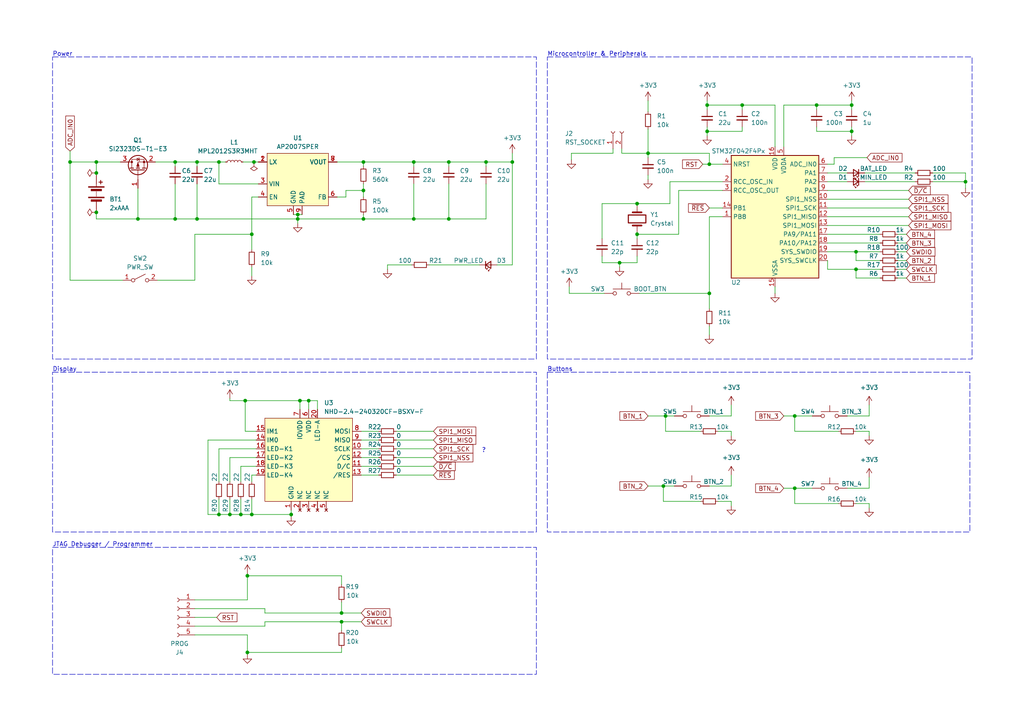
<source format=kicad_sch>
(kicad_sch (version 20230121) (generator eeschema)
  (paper "A4")
  (title_block (title "Stopwatchy") (date "2024-02-15") (rev "1") (company "Sinisha Stojchevski"))
  (lib_symbols
    (symbol "AP2007SPER:AP2007SPER"
      (property "Reference" "U" (at 0 10.16 0))
      (property "Value" "AP2007SPER" (at 0 10.16 0))
      (symbol "AP2007SPER_1_1"
        (pin power_in line (at -11.43 5.08 0) (length 2.54) (name "LX") (number "1"))
        (pin power_in line (at -11.43 5.08 0) (length 2.54) (name "LX") (number "2"))
        (pin input line (at -11.43 -1.27 0) (length 2.54) (name "VIN") (number "3"))
        (pin input line (at -11.43 -5.08 0) (length 2.54) (name "EN") (number "4"))
        (pin power_in line (at -1.27 -10.16 90) (length 2.54) (name "GND") (number "5"))
        (pin input line (at 11.43 -5.08 180) (length 2.54) (name "FB") (number "6"))
        (pin power_out line (at 11.43 5.08 180) (length 2.54) (name "VOUT") (number "7"))
        (pin power_out line (at 11.43 5.08 180) (length 2.54) (name "VOUT") (number "8"))
        (pin power_in line (at 1.27 -10.16 90) (length 2.54) (name "PAD") (number "9"))
      )
    )
    (symbol "Connector:Conn_01x02_Socket" (pin_names (offset 1.016) hide)
      (property "Reference" "J" (at 0 2.54 0))
      (property "Value" "Conn_01x02_Socket" (at 0 -5.08 0))
      (symbol "Conn_01x02_Socket_1_1"
        (pin passive line (at -5.08 0 0) (length 3.81) (name "Pin_1") (number "1"))
        (pin passive line (at -5.08 -2.54 0) (length 3.81) (name "Pin_2") (number "2"))
      )
    )
    (symbol "Connector:Conn_01x05_Socket" (pin_names (offset 1.016) hide)
      (property "Reference" "J" (at 0 7.62 0))
      (property "Value" "Conn_01x05_Socket" (at 0 -7.62 0))
      (symbol "Conn_01x05_Socket_1_1"
        (pin passive line (at -5.08 5.08 0) (length 3.81) (name "Pin_1") (number "1"))
        (pin passive line (at -5.08 2.54 0) (length 3.81) (name "Pin_2") (number "2"))
        (pin passive line (at -5.08 0 0) (length 3.81) (name "Pin_3") (number "3"))
        (pin passive line (at -5.08 -2.54 0) (length 3.81) (name "Pin_4") (number "4"))
        (pin passive line (at -5.08 -5.08 0) (length 3.81) (name "Pin_5") (number "5"))
      )
    )
    (symbol "Device:Battery" (pin_numbers hide) (pin_names (offset 0) hide)
      (property "Reference" "BT" (at 2.54 2.54 0))
      (property "Value" "Battery" (at 2.54 0 0))
      (symbol "Battery_1_1"
        (pin passive line (at 0 5.08 270) (length 2.54) (name "+") (number "1"))
        (pin passive line (at 0 -5.08 90) (length 2.54) (name "-") (number "2"))
      )
    )
    (symbol "Device:C_Small" (pin_numbers hide) (pin_names (offset 0.254) hide)
      (property "Reference" "C" (at 0.254 1.778 0))
      (property "Value" "C_Small" (at 0.254 -2.032 0))
      (symbol "C_Small_1_1"
        (pin passive line (at 0 2.54 270) (length 2.032) (name "~") (number "1"))
        (pin passive line (at 0 -2.54 90) (length 2.032) (name "~") (number "2"))
      )
    )
    (symbol "Device:Crystal" (pin_numbers hide) (pin_names (offset 1.016) hide)
      (property "Reference" "Y" (at 0 3.81 0))
      (property "Value" "Crystal" (at 0 -3.81 0))
      (symbol "Crystal_1_1"
        (pin passive line (at -3.81 0 0) (length 1.27) (name "1") (number "1"))
        (pin passive line (at 3.81 0 180) (length 1.27) (name "2") (number "2"))
      )
    )
    (symbol "Device:LED_Small" (pin_numbers hide) (pin_names (offset 0.254) hide)
      (property "Reference" "D" (at -1.27 3.175 0))
      (property "Value" "LED_Small" (at -4.445 -2.54 0))
      (symbol "LED_Small_1_1"
        (pin passive line (at -2.54 0 0) (length 1.778) (name "K") (number "1"))
        (pin passive line (at 2.54 0 180) (length 1.778) (name "A") (number "2"))
      )
    )
    (symbol "Device:L_Small" (pin_numbers hide) (pin_names (offset 0.254) hide)
      (property "Reference" "L" (at 0.762 1.016 0))
      (property "Value" "L_Small" (at 0.762 -1.016 0))
      (symbol "L_Small_1_1"
        (pin passive line (at 0 2.54 270) (length 0.508) (name "~") (number "1"))
        (pin passive line (at 0 -2.54 90) (length 0.508) (name "~") (number "2"))
      )
    )
    (symbol "Device:Q_PMOS_GSD" (pin_names (offset 0) hide)
      (property "Reference" "Q" (at 5.08 1.27 0))
      (property "Value" "Q_PMOS_GSD" (at 5.08 -1.27 0))
      (symbol "Q_PMOS_GSD_1_1"
        (pin input line (at -5.08 0 0) (length 2.54) (name "G") (number "1"))
        (pin passive line (at 2.54 -5.08 90) (length 2.54) (name "S") (number "2"))
        (pin passive line (at 2.54 5.08 270) (length 2.54) (name "D") (number "3"))
      )
    )
    (symbol "Device:R_Small" (pin_numbers hide) (pin_names (offset 0.254) hide)
      (property "Reference" "R" (at 0.762 0.508 0))
      (property "Value" "R_Small" (at 0.762 -1.016 0))
      (symbol "R_Small_1_1"
        (pin passive line (at 0 2.54 270) (length 0.762) (name "~") (number "1"))
        (pin passive line (at 0 -2.54 90) (length 0.762) (name "~") (number "2"))
      )
    )
    (symbol "MCU_ST_STM32F0:STM32F042F4Px"
      (property "Reference" "U" (at -12.7 19.05 0))
      (property "Value" "STM32F042F4Px" (at 5.08 19.05 0))
      (symbol "STM32F042F4Px_1_1"
        (pin bidirectional line (at -15.24 0 0) (length 2.54) (name "PB8") (number "1"))
        (pin bidirectional line (at 15.24 5.08 180) (length 2.54) (name "PA4") (number "10") (alternate "SPI1_NSS" bidirectional line))
        (pin bidirectional line (at 15.24 2.54 180) (length 2.54) (name "PA5") (number "11") (alternate "SPI1_SCK" bidirectional line))
        (pin bidirectional line (at 15.24 0 180) (length 2.54) (name "PA6") (number "12") (alternate "SPI1_MISO" bidirectional line))
        (pin bidirectional line (at 15.24 -2.54 180) (length 2.54) (name "PA7") (number "13") (alternate "SPI1_MOSI" bidirectional line))
        (pin bidirectional line (at -15.24 2.54 0) (length 2.54) (name "PB1") (number "14"))
        (pin power_in line (at 0 -20.32 90) (length 2.54) (name "VSSA") (number "15"))
        (pin power_in line (at 0 20.32 270) (length 2.54) (name "VDD") (number "16"))
        (pin bidirectional line (at 15.24 -5.08 180) (length 2.54) (name "PA9/PA11") (number "17"))
        (pin bidirectional line (at 15.24 -7.62 180) (length 2.54) (name "PA10/PA12") (number "18"))
        (pin bidirectional line (at 15.24 -10.16 180) (length 2.54) (name "PA13") (number "19") (alternate "SYS_SWDIO" bidirectional line))
        (pin bidirectional line (at -15.24 10.16 0) (length 2.54) (name "PF0") (number "2") (alternate "RCC_OSC_IN" bidirectional line))
        (pin bidirectional line (at 15.24 -12.7 180) (length 2.54) (name "PA14") (number "20") (alternate "SYS_SWCLK" bidirectional line))
        (pin bidirectional line (at -15.24 7.62 0) (length 2.54) (name "PF1") (number "3") (alternate "RCC_OSC_OUT" bidirectional line))
        (pin input line (at -15.24 15.24 0) (length 2.54) (name "NRST") (number "4"))
        (pin power_in line (at 2.54 20.32 270) (length 2.54) (name "VDDA") (number "5"))
        (pin bidirectional line (at 15.24 15.24 180) (length 2.54) (name "PA0") (number "6") (alternate "ADC_IN0" bidirectional line))
        (pin bidirectional line (at 15.24 12.7 180) (length 2.54) (name "PA1") (number "7"))
        (pin bidirectional line (at 15.24 10.16 180) (length 2.54) (name "PA2") (number "8"))
        (pin bidirectional line (at 15.24 7.62 180) (length 2.54) (name "PA3") (number "9"))
      )
    )
    (symbol "NHD-2.4-240320CF-BSXV-F:NHD-2.4-240320CF-BSXV-F"
      (property "Reference" "U" (at 0 16.51 0))
      (property "Value" "NHD-2.4-240320CF-BSXV-F" (at 0 16.51 0))
      (symbol "NHD-2.4-240320CF-BSXV-F_1_1"
        (pin power_in line (at -5.08 -15.24 90) (length 2.54) (name "GND") (number "1"))
        (pin bidirectional line (at 15.24 2.54 180) (length 2.54) (name "SCLK") (number "10"))
        (pin input line (at 15.24 -2.54 180) (length 2.54) (name "D/C") (number "11"))
        (pin input line (at 15.24 0 180) (length 2.54) (name "/CS") (number "12"))
        (pin input line (at 15.24 -5.08 180) (length 2.54) (name "/RES") (number "13"))
        (pin input line (at -15.24 5.08 0) (length 2.54) (name "IM0") (number "14"))
        (pin input line (at -15.24 7.62 0) (length 2.54) (name "IM1") (number "15"))
        (pin power_in line (at -15.24 2.54 0) (length 2.54) (name "LED-K1") (number "16"))
        (pin power_in line (at -15.24 0 0) (length 2.54) (name "LED-K2") (number "17"))
        (pin power_in line (at -15.24 -2.54 0) (length 2.54) (name "LED-K3") (number "18"))
        (pin power_in line (at -15.24 -5.08 0) (length 2.54) (name "LED-K4") (number "19"))
        (pin no_connect line (at -2.54 -15.24 90) (length 2.54) (name "NC") (number "2"))
        (pin power_in line (at 2.54 13.97 270) (length 2.54) (name "LED-A") (number "20"))
        (pin no_connect line (at 0 -15.24 90) (length 2.54) (name "NC") (number "3"))
        (pin no_connect line (at 2.54 -15.24 90) (length 2.54) (name "NC") (number "4"))
        (pin no_connect line (at 5.08 -15.24 90) (length 2.54) (name "NC") (number "5"))
        (pin power_in line (at 0 13.97 270) (length 2.54) (name "VDD") (number "6"))
        (pin power_in line (at -2.54 13.97 270) (length 2.54) (name "IOVDD") (number "7"))
        (pin bidirectional line (at 15.24 7.62 180) (length 2.54) (name "MOSI") (number "8"))
        (pin bidirectional line (at 15.24 5.08 180) (length 2.54) (name "MISO") (number "9"))
      )
    )
    (symbol "Switch:SW_Push" (pin_numbers hide) (pin_names (offset 1.016) hide)
      (property "Reference" "SW" (at 1.27 2.54 0))
      (property "Value" "SW_Push" (at 0 -1.524 0))
      (symbol "SW_Push_0_1"
        (pin passive line (at -5.08 0 0) (length 2.54) (name "1") (number "1"))
        (pin passive line (at 5.08 0 180) (length 2.54) (name "2") (number "2"))
      )
    )
    (symbol "Switch:SW_SPST" (pin_names (offset 0) hide)
      (property "Reference" "SW" (at 0 3.175 0))
      (property "Value" "SW_SPST" (at 0 -2.54 0))
      (symbol "SW_SPST_1_1"
        (pin passive line (at -5.08 0 0) (length 2.54) (name "A") (number "1"))
        (pin passive line (at 5.08 0 180) (length 2.54) (name "B") (number "2"))
      )
    )
    (symbol "power:+3V3" (power) (pin_names (offset 0))
      (property "Value" "+3V3" (at 0 3.556 0))
      (symbol "+3V3_1_1"
        (pin power_in line (at 0 0 90) (length 0) hide (name "+3V3") (number "1"))
      )
    )
    (symbol "power:GND" (power) (pin_names (offset 0))
      (property "Value" "GND" (at 0 -3.81 0))
      (symbol "GND_1_1"
        (pin power_in line (at 0 0 270) (length 0) hide (name "GND") (number "1"))
      )
    )
    (symbol "power:PWR_FLAG" (power) (pin_numbers hide) (pin_names (offset 0) hide)
      (property "Value" "PWR_FLAG" (at 0 3.81 0))
      (symbol "PWR_FLAG_0_0"
        (pin power_out line (at 0 0 90) (length 0) (name "pwr") (number "1"))
      )
    )
  )
  (junction (at 27.94 46.99))
  (junction (at 140.97 46.99))
  (junction (at 50.8 46.99))
  (junction (at 215.265 30.48))
  (junction (at 73.025 149.225))
  (junction (at 20.32 46.99))
  (junction (at 205.74 85.09))
  (junction (at 247.015 38.1))
  (junction (at 205.105 38.1))
  (junction (at 27.94 50.165))
  (junction (at 192.405 140.97))
  (junction (at 120.015 46.99))
  (junction (at 179.705 76.2))
  (junction (at 50.8 63.5))
  (junction (at 105.41 46.99))
  (junction (at 71.755 189.23))
  (junction (at 248.285 73.025))
  (junction (at 130.175 46.99))
  (junction (at 230.505 120.65))
  (junction (at 27.94 61.595))
  (junction (at 63.5 46.99))
  (junction (at 130.175 63.5))
  (junction (at 280.035 52.705))
  (junction (at 86.995 116.205))
  (junction (at 63.5 149.225))
  (junction (at 105.41 55.245))
  (junction (at 71.12 116.205))
  (junction (at 66.675 149.225))
  (junction (at 120.015 63.5))
  (junction (at 99.06 177.8))
  (junction (at 73.66 46.99))
  (junction (at 184.785 59.055))
  (junction (at 187.96 44.45))
  (junction (at 184.785 67.945))
  (junction (at 89.535 116.205))
  (junction (at 71.755 167.005))
  (junction (at 69.85 149.225))
  (junction (at 205.74 47.625))
  (junction (at 205.105 30.48))
  (junction (at 86.36 63.5))
  (junction (at 40.005 63.5))
  (junction (at 247.015 30.48))
  (junction (at 236.855 30.48))
  (junction (at 73.025 67.945))
  (junction (at 193.04 120.65))
  (junction (at 105.41 63.5))
  (junction (at 99.06 180.34))
  (junction (at 84.455 149.225))
  (junction (at 148.59 46.99))
  (junction (at 57.15 46.99))
  (junction (at 230.505 141.605))
  (junction (at 57.15 63.5))
  (junction (at 86.36 62.23))
  (junction (at 248.285 78.105))
  (wire (pts (xy 119.38 76.835) (xy 112.395 76.835)))
  (wire (pts (xy 57.15 46.99) (xy 63.5 46.99)))
  (wire (pts (xy 71.12 116.205) (xy 86.995 116.205)))
  (wire (pts (xy 71.755 166.37) (xy 71.755 167.005)))
  (wire (pts (xy 104.775 127.635) (xy 109.855 127.635)))
  (wire (pts (xy 76.835 176.53) (xy 56.515 176.53)))
  (wire (pts (xy 74.295 137.795) (xy 73.025 137.795)))
  (wire (pts (xy 230.505 125.095) (xy 230.505 120.65)))
  (wire (pts (xy 130.175 53.34) (xy 130.175 63.5)))
  (wire (pts (xy 247.015 38.1) (xy 247.015 39.37)))
  (wire (pts (xy 74.295 127.635) (xy 60.325 127.635)))
  (wire (pts (xy 40.005 54.61) (xy 40.005 63.5)))
  (wire (pts (xy 236.855 36.83) (xy 236.855 38.1)))
  (wire (pts (xy 184.785 74.295) (xy 184.785 76.2)))
  (wire (pts (xy 240.03 60.325) (xy 263.525 60.325)))
  (wire (pts (xy 165.1 83.185) (xy 165.1 85.09)))
  (wire (pts (xy 69.85 144.78) (xy 69.85 149.225)))
  (wire (pts (xy 185.42 85.09) (xy 205.74 85.09)))
  (wire (pts (xy 245.745 120.65) (xy 252.095 120.65)))
  (wire (pts (xy 20.32 81.28) (xy 35.56 81.28)))
  (wire (pts (xy 71.755 189.23) (xy 99.06 189.23)))
  (wire (pts (xy 56.515 179.07) (xy 62.865 179.07)))
  (wire (pts (xy 205.74 140.97) (xy 212.09 140.97)))
  (wire (pts (xy 86.36 63.5) (xy 105.41 63.5)))
  (wire (pts (xy 230.505 146.05) (xy 243.205 146.05)))
  (wire (pts (xy 180.34 43.18) (xy 180.34 44.45)))
  (wire (pts (xy 236.855 38.1) (xy 247.015 38.1)))
  (wire (pts (xy 84.455 149.225) (xy 84.455 147.955)))
  (wire (pts (xy 89.535 116.205) (xy 89.535 118.745)))
  (wire (pts (xy 114.935 135.255) (xy 125.73 135.255)))
  (wire (pts (xy 57.15 63.5) (xy 86.36 63.5)))
  (wire (pts (xy 71.755 184.15) (xy 71.755 189.23)))
  (wire (pts (xy 45.72 81.28) (xy 56.515 81.28)))
  (wire (pts (xy 212.09 117.475) (xy 212.09 120.65)))
  (wire (pts (xy 230.505 125.095) (xy 243.205 125.095)))
  (wire (pts (xy 184.785 59.055) (xy 194.31 59.055)))
  (wire (pts (xy 227.33 141.605) (xy 230.505 141.605)))
  (wire (pts (xy 69.85 149.225) (xy 73.025 149.225)))
  (wire (pts (xy 86.995 116.205) (xy 89.535 116.205)))
  (wire (pts (xy 240.03 52.705) (xy 245.745 52.705)))
  (wire (pts (xy 252.095 117.475) (xy 252.095 120.65)))
  (wire (pts (xy 227.33 30.48) (xy 227.33 42.545)))
  (wire (pts (xy 177.8 43.18) (xy 177.8 44.45)))
  (wire (pts (xy 27.94 46.99) (xy 27.94 50.165)))
  (wire (pts (xy 66.675 115.57) (xy 66.675 116.205)))
  (wire (pts (xy 20.32 43.815) (xy 20.32 46.99)))
  (wire (pts (xy 86.995 116.205) (xy 86.995 118.745)))
  (wire (pts (xy 203.835 47.625) (xy 205.74 47.625)))
  (wire (pts (xy 73.025 72.39) (xy 73.025 67.945)))
  (wire (pts (xy 144.145 76.835) (xy 148.59 76.835)))
  (wire (pts (xy 260.35 78.105) (xy 262.89 78.105)))
  (wire (pts (xy 179.705 76.2) (xy 184.785 76.2)))
  (wire (pts (xy 27.94 46.99) (xy 34.925 46.99)))
  (wire (pts (xy 240.03 70.485) (xy 255.27 70.485)))
  (wire (pts (xy 230.505 120.65) (xy 235.585 120.65)))
  (wire (pts (xy 193.04 120.65) (xy 195.58 120.65)))
  (wire (pts (xy 194.31 52.705) (xy 194.31 59.055)))
  (wire (pts (xy 148.59 46.99) (xy 148.59 76.835)))
  (wire (pts (xy 247.015 29.21) (xy 247.015 30.48)))
  (wire (pts (xy 50.8 63.5) (xy 57.15 63.5)))
  (wire (pts (xy 140.97 63.5) (xy 130.175 63.5)))
  (wire (pts (xy 250.825 52.705) (xy 265.43 52.705)))
  (wire (pts (xy 240.03 65.405) (xy 263.525 65.405)))
  (wire (pts (xy 86.36 62.23) (xy 87.63 62.23)))
  (wire (pts (xy 130.175 46.99) (xy 140.97 46.99)))
  (wire (pts (xy 114.935 132.715) (xy 125.73 132.715)))
  (wire (pts (xy 187.96 44.45) (xy 187.96 45.72)))
  (wire (pts (xy 240.03 55.245) (xy 263.525 55.245)))
  (wire (pts (xy 50.8 46.99) (xy 50.8 48.26)))
  (wire (pts (xy 205.74 62.865) (xy 205.74 85.09)))
  (wire (pts (xy 85.09 62.23) (xy 86.36 62.23)))
  (wire (pts (xy 205.105 38.1) (xy 205.105 36.83)))
  (wire (pts (xy 114.935 137.795) (xy 125.73 137.795)))
  (wire (pts (xy 99.06 180.34) (xy 104.775 180.34)))
  (wire (pts (xy 208.28 145.415) (xy 212.09 145.415)))
  (wire (pts (xy 205.74 47.625) (xy 205.74 44.45)))
  (wire (pts (xy 180.34 44.45) (xy 187.96 44.45)))
  (wire (pts (xy 86.36 63.5) (xy 86.36 62.23)))
  (wire (pts (xy 184.785 67.31) (xy 184.785 67.945)))
  (wire (pts (xy 76.835 180.34) (xy 99.06 180.34)))
  (wire (pts (xy 187.96 44.45) (xy 205.74 44.45)))
  (wire (pts (xy 260.35 73.025) (xy 262.89 73.025)))
  (wire (pts (xy 20.32 46.99) (xy 20.32 81.28)))
  (wire (pts (xy 270.51 52.705) (xy 280.035 52.705)))
  (wire (pts (xy 240.03 57.785) (xy 263.525 57.785)))
  (wire (pts (xy 248.285 75.565) (xy 248.285 73.025)))
  (wire (pts (xy 205.105 38.1) (xy 205.105 39.37)))
  (wire (pts (xy 66.675 132.715) (xy 66.675 139.7)))
  (wire (pts (xy 184.785 67.945) (xy 196.85 67.945)))
  (wire (pts (xy 209.55 62.865) (xy 205.74 62.865)))
  (wire (pts (xy 240.03 78.105) (xy 240.03 75.565)))
  (wire (pts (xy 63.5 144.78) (xy 63.5 149.225)))
  (wire (pts (xy 209.55 47.625) (xy 205.74 47.625)))
  (wire (pts (xy 240.03 62.865) (xy 263.525 62.865)))
  (wire (pts (xy 99.06 180.34) (xy 99.06 182.88)))
  (wire (pts (xy 184.785 69.215) (xy 184.785 67.945)))
  (wire (pts (xy 100.33 55.245) (xy 100.33 57.15)))
  (wire (pts (xy 73.025 77.47) (xy 73.025 80.01)))
  (wire (pts (xy 99.06 177.8) (xy 104.775 177.8)))
  (wire (pts (xy 114.935 125.095) (xy 125.73 125.095)))
  (wire (pts (xy 27.94 63.5) (xy 40.005 63.5)))
  (wire (pts (xy 270.51 50.165) (xy 280.035 50.165)))
  (wire (pts (xy 260.35 75.565) (xy 262.89 75.565)))
  (wire (pts (xy 193.04 125.095) (xy 193.04 120.65)))
  (wire (pts (xy 50.8 53.34) (xy 50.8 63.5)))
  (wire (pts (xy 76.835 180.34) (xy 76.835 181.61)))
  (wire (pts (xy 73.025 67.945) (xy 73.025 57.15)))
  (wire (pts (xy 66.675 149.225) (xy 69.85 149.225)))
  (wire (pts (xy 73.66 46.99) (xy 74.93 46.99)))
  (wire (pts (xy 105.41 62.23) (xy 105.41 63.5)))
  (wire (pts (xy 104.775 132.715) (xy 109.855 132.715)))
  (wire (pts (xy 230.505 146.05) (xy 230.505 141.605)))
  (wire (pts (xy 165.735 46.355) (xy 165.735 44.45)))
  (wire (pts (xy 260.35 67.945) (xy 262.89 67.945)))
  (wire (pts (xy 205.105 29.21) (xy 205.105 30.48)))
  (wire (pts (xy 105.41 46.99) (xy 120.015 46.99)))
  (wire (pts (xy 187.96 140.97) (xy 192.405 140.97)))
  (wire (pts (xy 241.935 47.625) (xy 240.03 47.625)))
  (wire (pts (xy 114.935 130.175) (xy 125.73 130.175)))
  (wire (pts (xy 205.105 30.48) (xy 205.105 31.75)))
  (wire (pts (xy 212.09 146.685) (xy 212.09 145.415)))
  (wire (pts (xy 224.79 83.185) (xy 224.79 85.09)))
  (wire (pts (xy 99.06 174.625) (xy 99.06 177.8)))
  (wire (pts (xy 56.515 184.15) (xy 71.755 184.15)))
  (wire (pts (xy 130.175 46.99) (xy 130.175 48.26)))
  (wire (pts (xy 174.625 59.055) (xy 184.785 59.055)))
  (wire (pts (xy 60.325 127.635) (xy 60.325 149.225)))
  (wire (pts (xy 71.755 167.005) (xy 71.755 173.99)))
  (wire (pts (xy 124.46 76.835) (xy 139.065 76.835)))
  (wire (pts (xy 236.855 30.48) (xy 236.855 31.75)))
  (wire (pts (xy 40.005 63.5) (xy 50.8 63.5)))
  (wire (pts (xy 193.04 125.095) (xy 203.2 125.095)))
  (wire (pts (xy 205.74 120.65) (xy 212.09 120.65)))
  (wire (pts (xy 247.015 30.48) (xy 236.855 30.48)))
  (wire (pts (xy 240.03 78.105) (xy 248.285 78.105)))
  (wire (pts (xy 63.5 53.34) (xy 74.93 53.34)))
  (wire (pts (xy 205.74 60.325) (xy 209.55 60.325)))
  (wire (pts (xy 100.33 57.15) (xy 97.79 57.15)))
  (wire (pts (xy 209.55 52.705) (xy 194.31 52.705)))
  (wire (pts (xy 74.295 135.255) (xy 69.85 135.255)))
  (wire (pts (xy 241.935 45.72) (xy 241.935 47.625)))
  (wire (pts (xy 104.775 135.255) (xy 109.855 135.255)))
  (wire (pts (xy 184.785 59.055) (xy 184.785 59.69)))
  (wire (pts (xy 71.755 173.99) (xy 56.515 173.99)))
  (wire (pts (xy 250.825 50.165) (xy 265.43 50.165)))
  (wire (pts (xy 230.505 141.605) (xy 235.585 141.605)))
  (wire (pts (xy 105.41 63.5) (xy 120.015 63.5)))
  (wire (pts (xy 120.015 46.99) (xy 130.175 46.99)))
  (wire (pts (xy 148.59 44.45) (xy 148.59 46.99)))
  (wire (pts (xy 247.015 38.1) (xy 247.015 36.83)))
  (wire (pts (xy 280.035 52.705) (xy 280.035 54.61)))
  (wire (pts (xy 248.285 146.05) (xy 252.095 146.05)))
  (wire (pts (xy 260.35 70.485) (xy 262.89 70.485)))
  (wire (pts (xy 56.515 81.28) (xy 56.515 67.945)))
  (wire (pts (xy 248.285 125.095) (xy 252.095 125.095)))
  (wire (pts (xy 120.015 53.34) (xy 120.015 63.5)))
  (wire (pts (xy 66.675 116.205) (xy 71.12 116.205)))
  (wire (pts (xy 196.85 55.245) (xy 196.85 67.945)))
  (wire (pts (xy 212.09 137.795) (xy 212.09 140.97)))
  (wire (pts (xy 71.12 125.095) (xy 71.12 116.205)))
  (wire (pts (xy 247.015 30.48) (xy 247.015 31.75)))
  (wire (pts (xy 74.295 132.715) (xy 66.675 132.715)))
  (wire (pts (xy 86.36 63.5) (xy 86.36 64.77)))
  (wire (pts (xy 112.395 76.835) (xy 112.395 78.105)))
  (wire (pts (xy 63.5 130.175) (xy 63.5 139.7)))
  (wire (pts (xy 280.035 50.165) (xy 280.035 52.705)))
  (wire (pts (xy 66.675 144.78) (xy 66.675 149.225)))
  (wire (pts (xy 187.96 29.21) (xy 187.96 32.385)))
  (wire (pts (xy 60.325 149.225) (xy 63.5 149.225)))
  (wire (pts (xy 140.97 53.34) (xy 140.97 63.5)))
  (wire (pts (xy 63.5 46.99) (xy 65.405 46.99)))
  (wire (pts (xy 71.755 189.865) (xy 71.755 189.23)))
  (wire (pts (xy 208.28 125.095) (xy 212.09 125.095)))
  (wire (pts (xy 69.85 135.255) (xy 69.85 139.7)))
  (wire (pts (xy 248.285 75.565) (xy 255.27 75.565)))
  (wire (pts (xy 215.265 30.48) (xy 224.79 30.48)))
  (wire (pts (xy 73.025 137.795) (xy 73.025 139.7)))
  (wire (pts (xy 105.41 46.99) (xy 105.41 48.26)))
  (wire (pts (xy 56.515 67.945) (xy 73.025 67.945)))
  (wire (pts (xy 89.535 116.205) (xy 92.075 116.205)))
  (wire (pts (xy 99.06 167.005) (xy 99.06 169.545)))
  (wire (pts (xy 74.295 130.175) (xy 63.5 130.175)))
  (wire (pts (xy 209.55 55.245) (xy 196.85 55.245)))
  (wire (pts (xy 97.79 46.99) (xy 105.41 46.99)))
  (wire (pts (xy 165.1 85.09) (xy 175.26 85.09)))
  (wire (pts (xy 192.405 140.97) (xy 195.58 140.97)))
  (wire (pts (xy 215.265 36.83) (xy 215.265 38.1)))
  (wire (pts (xy 76.835 177.8) (xy 76.835 176.53)))
  (wire (pts (xy 73.025 144.78) (xy 73.025 149.225)))
  (wire (pts (xy 140.97 46.99) (xy 148.59 46.99)))
  (wire (pts (xy 205.74 94.615) (xy 205.74 97.155)))
  (wire (pts (xy 73.025 57.15) (xy 74.93 57.15)))
  (wire (pts (xy 212.09 126.365) (xy 212.09 125.095)))
  (wire (pts (xy 215.265 38.1) (xy 205.105 38.1)))
  (wire (pts (xy 248.285 78.105) (xy 255.27 78.105)))
  (wire (pts (xy 76.835 181.61) (xy 56.515 181.61)))
  (wire (pts (xy 74.295 125.095) (xy 71.12 125.095)))
  (wire (pts (xy 105.41 53.34) (xy 105.41 55.245)))
  (wire (pts (xy 187.96 120.65) (xy 193.04 120.65)))
  (wire (pts (xy 174.625 76.2) (xy 179.705 76.2)))
  (wire (pts (xy 179.705 77.47) (xy 179.705 76.2)))
  (wire (pts (xy 215.265 30.48) (xy 215.265 31.75)))
  (wire (pts (xy 99.06 187.96) (xy 99.06 189.23)))
  (wire (pts (xy 104.775 125.095) (xy 109.855 125.095)))
  (wire (pts (xy 260.35 80.645) (xy 262.89 80.645)))
  (wire (pts (xy 240.03 50.165) (xy 245.745 50.165)))
  (wire (pts (xy 245.745 141.605) (xy 252.095 141.605)))
  (wire (pts (xy 248.285 80.645) (xy 255.27 80.645)))
  (wire (pts (xy 227.33 120.65) (xy 230.505 120.65)))
  (wire (pts (xy 174.625 74.295) (xy 174.625 76.2)))
  (wire (pts (xy 104.775 130.175) (xy 109.855 130.175)))
  (wire (pts (xy 248.285 80.645) (xy 248.285 78.105)))
  (wire (pts (xy 104.775 137.795) (xy 109.855 137.795)))
  (wire (pts (xy 27.94 50.165) (xy 27.94 50.8)))
  (wire (pts (xy 248.285 73.025) (xy 240.03 73.025)))
  (wire (pts (xy 187.96 37.465) (xy 187.96 44.45)))
  (wire (pts (xy 70.485 46.99) (xy 73.66 46.99)))
  (wire (pts (xy 57.15 46.99) (xy 57.15 48.26)))
  (wire (pts (xy 114.935 127.635) (xy 125.73 127.635)))
  (wire (pts (xy 240.03 67.945) (xy 255.27 67.945)))
  (wire (pts (xy 120.015 46.99) (xy 120.015 48.26)))
  (wire (pts (xy 105.41 55.245) (xy 100.33 55.245)))
  (wire (pts (xy 57.15 53.34) (xy 57.15 63.5)))
  (wire (pts (xy 50.8 46.99) (xy 57.15 46.99)))
  (wire (pts (xy 73.025 149.225) (xy 84.455 149.225)))
  (wire (pts (xy 27.94 60.96) (xy 27.94 61.595)))
  (wire (pts (xy 20.32 46.99) (xy 27.94 46.99)))
  (wire (pts (xy 120.015 63.5) (xy 130.175 63.5)))
  (wire (pts (xy 224.79 30.48) (xy 224.79 42.545)))
  (wire (pts (xy 205.74 89.535) (xy 205.74 85.09)))
  (wire (pts (xy 92.075 116.205) (xy 92.075 118.745)))
  (wire (pts (xy 205.105 30.48) (xy 215.265 30.48)))
  (wire (pts (xy 252.095 126.365) (xy 252.095 125.095)))
  (wire (pts (xy 66.675 149.225) (xy 63.5 149.225)))
  (wire (pts (xy 174.625 59.055) (xy 174.625 69.215)))
  (wire (pts (xy 192.405 145.415) (xy 192.405 140.97)))
  (wire (pts (xy 84.455 149.225) (xy 84.455 149.86)))
  (wire (pts (xy 105.41 55.245) (xy 105.41 57.15)))
  (wire (pts (xy 252.095 147.32) (xy 252.095 146.05)))
  (wire (pts (xy 63.5 46.99) (xy 63.5 53.34)))
  (wire (pts (xy 236.855 30.48) (xy 227.33 30.48)))
  (wire (pts (xy 241.935 45.72) (xy 251.46 45.72)))
  (wire (pts (xy 187.96 50.8) (xy 187.96 52.07)))
  (wire (pts (xy 71.755 167.005) (xy 99.06 167.005)))
  (wire (pts (xy 45.085 46.99) (xy 50.8 46.99)))
  (wire (pts (xy 140.97 46.99) (xy 140.97 48.26)))
  (wire (pts (xy 248.285 73.025) (xy 255.27 73.025)))
  (wire (pts (xy 27.94 61.595) (xy 27.94 63.5)))
  (wire (pts (xy 165.735 44.45) (xy 177.8 44.45)))
  (wire (pts (xy 252.095 138.43) (xy 252.095 141.605)))
  (wire (pts (xy 192.405 145.415) (xy 203.2 145.415)))
  (wire (pts (xy 76.835 177.8) (xy 99.06 177.8)))
  (rectangle (start 15.24 158.75) (end 155.575 195.58) (stroke (width 0) (type dash)))
  (rectangle (start 15.24 107.95) (end 155.575 154.305) (stroke (width 0) (type dash)))
  (rectangle (start 158.75 16.51) (end 281.94 104.14) (stroke (width 0) (type dash)))
  (rectangle (start 15.24 16.51) (end 155.575 104.14) (stroke (width 0) (type dash)))
  (rectangle (start 158.75 107.95) (end 281.305 154.305) (stroke (width 0) (type dash)))
  (text "Display" (at 15.24 107.95 0) (effects (font (size 1.27 1.27)) (justify left bottom)))
  (text "Microcontroller & Peripherals" (at 158.75 16.51 0) (effects (font (size 1.27 1.27)) (justify left bottom)))
  (text "?\n" (at 139.7 131.445 0) (effects (font (size 1.27 1.27)) (justify left bottom)))
  (text "Power" (at 15.24 16.51 0) (effects (font (size 1.27 1.27)) (justify left bottom)))
  (text "Buttons" (at 158.75 107.95 0) (effects (font (size 1.27 1.27)) (justify left bottom)))
  (text "JTAG Debugger / Programmer" (at 15.24 158.75 0) (effects (font (size 1.27 1.27)) (justify left bottom)))
  (global_label "ADC_IN0" (shape input) (at 251.46 45.72 0) (property "Intersheetrefs" "${INTERSHEET_REFS}" (effects hide)))
  (global_label "BTN_1" (shape input) (at 187.96 120.65 180) (property "Intersheetrefs" "${INTERSHEET_REFS}" (effects hide)))
  (global_label "~{D{slash}C}" (shape input) (at 263.525 55.245 0) (property "Intersheetrefs" "${INTERSHEET_REFS}" (effects hide)))
  (global_label "SPI1_MOSI" (shape input) (at 263.525 65.405 0) (property "Intersheetrefs" "${INTERSHEET_REFS}" (effects hide)))
  (global_label "SWCLK" (shape input) (at 262.89 78.105 0) (property "Intersheetrefs" "${INTERSHEET_REFS}" (effects hide)))
  (global_label "SPI1_NSS" (shape input) (at 263.525 57.785 0) (property "Intersheetrefs" "${INTERSHEET_REFS}" (effects hide)))
  (global_label "SPI1_NSS" (shape input) (at 125.73 132.715 0) (property "Intersheetrefs" "${INTERSHEET_REFS}" (effects hide)))
  (global_label "BTN_2" (shape input) (at 262.89 75.565 0) (property "Intersheetrefs" "${INTERSHEET_REFS}" (effects hide)))
  (global_label "RST" (shape input) (at 62.865 179.07 0) (property "Intersheetrefs" "${INTERSHEET_REFS}" (effects hide)))
  (global_label "SWDIO" (shape input) (at 104.775 177.8 0) (property "Intersheetrefs" "${INTERSHEET_REFS}" (effects hide)))
  (global_label "BTN_3" (shape input) (at 262.89 70.485 0) (property "Intersheetrefs" "${INTERSHEET_REFS}" (effects hide)))
  (global_label "BTN_1" (shape input) (at 262.89 80.645 0) (property "Intersheetrefs" "${INTERSHEET_REFS}" (effects hide)))
  (global_label "BTN_4" (shape input) (at 262.89 67.945 0) (property "Intersheetrefs" "${INTERSHEET_REFS}" (effects hide)))
  (global_label "SPI1_MISO" (shape input) (at 263.525 62.865 0) (property "Intersheetrefs" "${INTERSHEET_REFS}" (effects hide)))
  (global_label "SWCLK" (shape input) (at 104.775 180.34 0) (property "Intersheetrefs" "${INTERSHEET_REFS}" (effects hide)))
  (global_label "SPI1_MISO" (shape input) (at 125.73 127.635 0) (property "Intersheetrefs" "${INTERSHEET_REFS}" (effects hide)))
  (global_label "~{RES}" (shape input) (at 125.73 137.795 0) (property "Intersheetrefs" "${INTERSHEET_REFS}" (effects hide)))
  (global_label "SPI1_SCK" (shape input) (at 263.525 60.325 0) (property "Intersheetrefs" "${INTERSHEET_REFS}" (effects hide)))
  (global_label "SPI1_SCK" (shape input) (at 125.73 130.175 0) (property "Intersheetrefs" "${INTERSHEET_REFS}" (effects hide)))
  (global_label "BTN_3" (shape input) (at 227.33 120.65 180) (property "Intersheetrefs" "${INTERSHEET_REFS}" (effects hide)))
  (global_label "BTN_4" (shape input) (at 227.33 141.605 180) (property "Intersheetrefs" "${INTERSHEET_REFS}" (effects hide)))
  (global_label "SWDIO" (shape input) (at 262.89 73.025 0) (property "Intersheetrefs" "${INTERSHEET_REFS}" (effects hide)))
  (global_label "SPI1_MOSI" (shape input) (at 125.73 125.095 0) (property "Intersheetrefs" "${INTERSHEET_REFS}" (effects hide)))
  (global_label "~{D{slash}C}" (shape input) (at 125.73 135.255 0) (property "Intersheetrefs" "${INTERSHEET_REFS}" (effects hide)))
  (global_label "BTN_2" (shape input) (at 187.96 140.97 180) (property "Intersheetrefs" "${INTERSHEET_REFS}" (effects hide)))
  (global_label "RST" (shape input) (at 203.835 47.625 180) (property "Intersheetrefs" "${INTERSHEET_REFS}" (effects hide)))
  (global_label "ADC_IN0" (shape input) (at 20.32 43.815 90) (property "Intersheetrefs" "${INTERSHEET_REFS}" (effects hide)))
  (global_label "~{RES}" (shape input) (at 205.74 60.325 180) (property "Intersheetrefs" "${INTERSHEET_REFS}" (effects hide)))
  (symbol (lib_id "Device:C_Small") (at 205.105 34.29 0) (unit 1)
    (property "Reference" "C1" (at 208.28 33.0263 0) (effects (justify left)))
    (property "Value" "22u" (at 208.28 35.5663 0) (effects (justify left)))
    (property "Footprint" "Capacitor_SMD:C_0805_2012Metric" (effects hide))
    (property "LCSC" "C45783" (effects hide))
  )
  (symbol (lib_id "Switch:SW_SPST") (at 40.64 81.28 0) (unit 1)
    (property "Reference" "SW2" (at 40.64 74.93 0))
    (property "Value" "PWR_SW" (at 40.64 77.47 0))
    (property "Footprint" "Button_Switch_THT:SW_CuK_OS102011MA1QN1_SPDT_Angled" (effects hide))
    (property "Datasheet" "https://datasheet.lcsc.com/lcsc/2102241737_SHOU-HAN-SK12D07VG6_C2681575.pdf" (effects hide))
    (property "LCSC" "C2681575" (effects hide))
  )
  (symbol (lib_id "Switch:SW_Push") (at 200.66 140.97 0) (unit 1)
    (property "Reference" "SW6" (at 194.31 139.7 0))
    (property "Value" "BTN_2" (at 207.01 139.7 0))
    (property "Footprint" "Button_Switch_THT:SW_PUSH_6mm" (effects hide))
  )
  (symbol (lib_id "Device:LED_Small") (at 141.605 76.835 0) (mirror x) (unit 1)
    (property "Reference" "D3" (at 145.415 75.565 0))
    (property "Value" "PWR_LED" (at 135.89 75.565 0))
    (property "Footprint" "LED_SMD:LED_0805_2012Metric" (effects hide))
    (property "Datasheet" "https://datasheet.lcsc.com/lcsc/2310271814_YONGYUTAI-YLED0805R_C19171391.pdf" (effects hide))
    (property "LCSC" "C84256" (effects hide))
  )
  (symbol (lib_id "power:GND") (at 112.395 78.105 0) (unit 1)
    (property "Reference" "#PWR06" (effects hide))
    (property "Value" "GND" (effects hide))
  )
  (symbol (lib_id "Device:C_Small") (at 187.96 48.26 0) (unit 1)
    (property "Reference" "C5" (at 190.5 46.9963 0) (effects (justify left)))
    (property "Value" "100n" (at 190.5 49.5363 0) (effects (justify left)))
    (property "Footprint" "Capacitor_SMD:C_0603_1608Metric" (effects hide))
  )
  (symbol (lib_id "Device:LED_Small") (at 248.285 50.165 180) (unit 1)
    (property "Reference" "D2" (at 244.475 48.895 0))
    (property "Value" "BAT_LED" (at 253.365 48.895 0))
    (property "Footprint" "LED_SMD:LED_0805_2012Metric" (effects hide))
    (property "Datasheet" "https://datasheet.lcsc.com/lcsc/2310271814_YONGYUTAI-YLED0805R_C19171391.pdf" (effects hide))
    (property "LCSC" "C2296" (effects hide))
  )
  (symbol (lib_id "MCU_ST_STM32F0:STM32F042F4Px") (at 224.79 62.865 0) (unit 1)
    (property "Reference" "U2" (at 212.09 81.915 0) (effects (justify left)))
    (property "Value" "STM32F042F4Px" (at 206.375 43.815 0) (effects (justify left)))
    (property "Footprint" "Package_SO:TSSOP-20_4.4x6.5mm_P0.65mm" (effects hide))
    (property "Datasheet" "https://www.st.com/resource/en/datasheet/stm32f042f4.pdf" (effects hide))
    (property "LCSC" "C81002" (effects hide))
    (pin "10" (alternate "SPI1_NSS"))
    (pin "11" (alternate "SPI1_SCK"))
    (pin "12" (alternate "SPI1_MISO"))
    (pin "13" (alternate "SPI1_MOSI"))
    (pin "19" (alternate "SYS_SWDIO"))
    (pin "2" (alternate "RCC_OSC_IN"))
    (pin "20" (alternate "SYS_SWCLK"))
    (pin "3" (alternate "RCC_OSC_OUT"))
    (pin "6" (alternate "ADC_IN0"))
  )
  (symbol (lib_id "Device:R_Small") (at 205.74 92.075 0) (unit 1)
    (property "Reference" "R11" (at 208.28 90.805 0) (effects (justify left)))
    (property "Value" "10k" (at 208.28 93.345 0) (effects (justify left)))
    (property "Footprint" "Resistor_SMD:R_0603_1608Metric" (effects hide))
    (property "LCSC" "C25804" (effects hide))
  )
  (symbol (lib_id "Switch:SW_Push") (at 240.665 141.605 0) (unit 1)
    (property "Reference" "SW7" (at 234.315 140.335 0))
    (property "Value" "BTN_4" (at 247.015 140.335 0))
    (property "Footprint" "Button_Switch_THT:SW_PUSH_6mm" (effects hide))
  )
  (symbol (lib_id "Device:R_Small") (at 105.41 50.8 0) (unit 1)
    (property "Reference" "R3" (at 107.95 49.53 0) (effects (justify left)))
    (property "Value" "560k" (at 107.95 52.07 0) (effects (justify left)))
    (property "Footprint" "Resistor_SMD:R_0603_1608Metric" (effects hide))
    (property "LCSC" "C25602" (effects hide))
  )
  (symbol (lib_id "Device:R_Small") (at 112.395 137.795 270) (unit 1)
    (property "Reference" "R27" (at 106.68 136.525 90) (effects (justify left)))
    (property "Value" "0" (at 114.935 136.525 90) (effects (justify left)))
    (property "Footprint" "Resistor_SMD:R_0603_1608Metric" (effects hide))
    (property "LCSC" "C21189" (effects hide))
  )
  (symbol (lib_id "Device:R_Small") (at 205.74 125.095 90) (unit 1)
    (property "Reference" "R13" (at 203.835 123.825 90) (effects (justify left)))
    (property "Value" "10k" (at 211.455 123.825 90) (effects (justify left)))
    (property "Footprint" "Resistor_SMD:R_0603_1608Metric" (effects hide))
    (property "LCSC" "C25804" (effects hide))
  )
  (symbol (lib_id "power:+3V3") (at 66.675 115.57 0) (unit 1)
    (property "Reference" "#PWR019" (effects hide))
    (property "Value" "+3V3" (at 66.675 111.125 0))
  )
  (symbol (lib_id "power:GND") (at 73.025 80.01 0) (unit 1)
    (property "Reference" "#PWR013" (effects hide))
    (property "Value" "GND" (effects hide))
  )
  (symbol (lib_id "Connector:Conn_01x05_Socket") (at 51.435 179.07 0) (mirror y) (unit 1)
    (property "Reference" "J4" (at 52.07 189.23 0))
    (property "Value" "PROG" (at 52.07 186.69 0))
    (property "Footprint" "Connector_PinHeader_2.54mm:PinHeader_2x03_P2.54mm_Vertical" (effects hide))
  )
  (symbol (lib_id "Device:C_Small") (at 50.8 50.8 0) (unit 1)
    (property "Reference" "C6" (at 52.705 49.53 0) (effects (justify left)))
    (property "Value" "22u" (at 52.705 52.07 0) (effects (justify left)))
    (property "Footprint" "Capacitor_SMD:C_0805_2012Metric" (effects hide))
    (property "LCSC" "C45783" (effects hide))
  )
  (symbol (lib_id "power:GND") (at 71.755 189.865 0) (unit 1)
    (property "Reference" "#PWR030" (effects hide))
    (property "Value" "GND" (effects hide))
  )
  (symbol (lib_id "Device:C_Small") (at 130.175 50.8 0) (unit 1)
    (property "Reference" "C9" (at 133.35 49.5363 0) (effects (justify left)))
    (property "Value" "22u" (at 133.35 52.0763 0) (effects (justify left)))
    (property "Footprint" "Capacitor_SMD:C_0805_2012Metric" (effects hide))
    (property "LCSC" "C45783" (effects hide))
  )
  (symbol (lib_id "power:+3V3") (at 212.09 137.795 0) (mirror y) (unit 1)
    (property "Reference" "#PWR023" (effects hide))
    (property "Value" "+3V3" (at 212.09 132.715 0))
  )
  (symbol (lib_id "power:GND") (at 84.455 149.86 0) (unit 1)
    (property "Reference" "#PWR025" (effects hide))
    (property "Value" "GND" (effects hide))
  )
  (symbol (lib_id "Device:R_Small") (at 257.81 70.485 90) (unit 1)
    (property "Reference" "R8" (at 253.365 69.215 90))
    (property "Value" "1k" (at 260.985 69.215 90))
    (property "Footprint" "Resistor_SMD:R_0603_1608Metric" (effects hide))
    (property "LCSC" "C21190" (effects hide))
  )
  (symbol (lib_id "Device:C_Small") (at 140.97 50.8 0) (unit 1)
    (property "Reference" "C10" (at 144.145 49.5363 0) (effects (justify left)))
    (property "Value" "22u" (at 144.145 52.0763 0) (effects (justify left)))
    (property "Footprint" "Capacitor_SMD:C_0805_2012Metric" (effects hide))
  )
  (symbol (lib_id "Device:C_Small") (at 57.15 50.8 0) (unit 1)
    (property "Reference" "C7" (at 59.055 49.53 0) (effects (justify left)))
    (property "Value" "22u" (at 59.055 52.07 0) (effects (justify left)))
    (property "Footprint" "Capacitor_SMD:C_0805_2012Metric" (effects hide))
    (property "LCSC" "C45783" (effects hide))
  )
  (symbol (lib_id "power:+3V3") (at 212.09 117.475 0) (mirror y) (unit 1)
    (property "Reference" "#PWR018" (effects hide))
    (property "Value" "+3V3" (at 212.09 112.395 0))
  )
  (symbol (lib_id "Device:LED_Small") (at 248.285 52.705 180) (unit 1)
    (property "Reference" "D1" (at 244.475 51.435 0))
    (property "Value" "MIN_LED" (at 253.365 51.435 0))
    (property "Footprint" "LED_SMD:LED_0805_2012Metric" (effects hide))
    (property "Datasheet" "https://datasheet.lcsc.com/lcsc/1811131411_BrtLed-Bright-LED-Elec-BL-HB335B-TRB-6_C189307.pdf" (effects hide))
    (property "LCSC" "C2297" (effects hide))
  )
  (symbol (lib_id "Device:R_Small") (at 267.97 52.705 90) (unit 1)
    (property "Reference" "R2" (at 263.525 51.435 90))
    (property "Value" "100" (at 272.415 51.435 90))
    (property "Footprint" "Resistor_SMD:R_0603_1608Metric" (effects hide))
    (property "LCSC" "C22775" (effects hide))
  )
  (symbol (lib_id "Device:Crystal") (at 184.785 63.5 90) (unit 1)
    (property "Reference" "Y1" (at 188.595 62.23 90) (effects (justify right)))
    (property "Value" "Crystal" (at 188.595 64.77 90) (effects (justify right)))
    (property "Footprint" "Crystal:Crystal_SMD_HC49-SD" (effects hide))
    (property "Datasheet" "https://media.distrelec.com/Web/Downloads/_t/ds/hc49-4hsmx_eng_tds.pdf" (effects hide))
  )
  (symbol (lib_id "power:+3V3") (at 247.015 29.21 0) (mirror y) (unit 1)
    (property "Reference" "#PWR03" (effects hide))
    (property "Value" "+3V3" (at 247.015 24.765 0))
  )
  (symbol (lib_id "Device:R_Small") (at 99.06 185.42 180) (unit 1)
    (property "Reference" "R20" (at 104.14 183.515 0) (effects (justify left)))
    (property "Value" "10k" (at 104.14 186.055 0) (effects (justify left)))
    (property "Footprint" "Resistor_SMD:R_0603_1608Metric" (effects hide))
    (property "LCSC" "C25804" (effects hide))
  )
  (symbol (lib_id "power:+3V3") (at 252.095 138.43 0) (mirror y) (unit 1)
    (property "Reference" "#PWR024" (effects hide))
    (property "Value" "+3V3" (at 252.095 133.35 0))
  )
  (symbol (lib_id "Device:C_Small") (at 120.015 50.8 0) (unit 1)
    (property "Reference" "C8" (at 122.555 49.53 0) (effects (justify left)))
    (property "Value" "22u" (at 122.555 52.07 0) (effects (justify left)))
    (property "Footprint" "Capacitor_SMD:C_0805_2012Metric" (effects hide))
    (property "LCSC" "C45783" (effects hide))
  )
  (symbol (lib_id "Device:R_Small") (at 73.025 142.24 0) (unit 1)
    (property "Reference" "R14" (at 71.755 148.59 90) (effects (justify left)))
    (property "Value" "22" (at 71.755 139.7 90) (effects (justify left)))
    (property "Footprint" "Resistor_SMD:R_0603_1608Metric" (effects hide))
    (property "LCSC" "C22775" (effects hide))
  )
  (symbol (lib_id "Device:R_Small") (at 112.395 135.255 270) (unit 1)
    (property "Reference" "R26" (at 106.68 133.985 90) (effects (justify left)))
    (property "Value" "0" (at 114.935 133.985 90) (effects (justify left)))
    (property "Footprint" "Resistor_SMD:R_0603_1608Metric" (effects hide))
    (property "LCSC" "C21189" (effects hide))
  )
  (symbol (lib_id "Device:C_Small") (at 174.625 71.755 0) (unit 1)
    (property "Reference" "C11" (at 177.165 70.485 0) (effects (justify left)))
    (property "Value" "22p" (at 177.165 73.025 0) (effects (justify left)))
    (property "Footprint" "Capacitor_SMD:C_0603_1608Metric" (effects hide))
    (property "LCSC" "C1653" (effects hide))
  )
  (symbol (lib_id "Device:R_Small") (at 257.81 73.025 90) (unit 1)
    (property "Reference" "R18" (at 253.365 71.755 90))
    (property "Value" "100" (at 261.62 71.755 90))
    (property "Footprint" "Resistor_SMD:R_0603_1608Metric" (effects hide))
    (property "LCSC" "C22775" (effects hide))
  )
  (symbol (lib_id "power:GND") (at 280.035 54.61 0) (unit 1)
    (property "Reference" "#PWR010" (effects hide))
    (property "Value" "GND" (effects hide))
  )
  (symbol (lib_id "power:+3V3") (at 252.095 117.475 0) (mirror y) (unit 1)
    (property "Reference" "#PWR017" (effects hide))
    (property "Value" "+3V3" (at 252.095 112.395 0))
  )
  (symbol (lib_id "power:GND") (at 205.74 97.155 0) (unit 1)
    (property "Reference" "#PWR016" (effects hide))
    (property "Value" "GND" (effects hide))
  )
  (symbol (lib_id "power:GND") (at 224.79 85.09 0) (unit 1)
    (property "Reference" "#PWR015" (effects hide))
    (property "Value" "GND" (effects hide))
  )
  (symbol (lib_id "Device:R_Small") (at 267.97 50.165 90) (unit 1)
    (property "Reference" "R4" (at 263.525 48.895 90))
    (property "Value" "100" (at 272.415 48.895 90))
    (property "Footprint" "Resistor_SMD:R_0603_1608Metric" (effects hide))
    (property "LCSC" "C22775" (effects hide))
  )
  (symbol (lib_id "Device:R_Small") (at 187.96 34.925 0) (unit 1)
    (property "Reference" "R1" (at 190.5 33.655 0) (effects (justify left)))
    (property "Value" "10k" (at 190.5 36.195 0) (effects (justify left)))
    (property "Footprint" "Resistor_SMD:R_0603_1608Metric" (effects hide))
    (property "LCSC" "C25804" (effects hide))
  )
  (symbol (lib_id "power:GND") (at 179.705 77.47 0) (unit 1)
    (property "Reference" "#PWR012" (effects hide))
    (property "Value" "GND" (effects hide))
  )
  (symbol (lib_id "power:+3V3") (at 71.755 166.37 0) (unit 1)
    (property "Reference" "#PWR029" (effects hide))
    (property "Value" "+3V3" (at 71.755 161.925 0))
  )
  (symbol (lib_id "power:GND") (at 205.105 39.37 0) (unit 1)
    (property "Reference" "#PWR04" (effects hide))
    (property "Value" "GND" (effects hide))
  )
  (symbol (lib_id "Device:R_Small") (at 105.41 59.69 0) (unit 1)
    (property "Reference" "R5" (at 107.95 58.42 0) (effects (justify left)))
    (property "Value" "100k" (at 107.95 60.96 0) (effects (justify left)))
    (property "Footprint" "Resistor_SMD:R_0603_1608Metric" (effects hide))
    (property "LCSC" "C25803" (effects hide))
  )
  (symbol (lib_id "Device:R_Small") (at 63.5 142.24 0) (unit 1)
    (property "Reference" "R30" (at 62.23 148.59 90) (effects (justify left)))
    (property "Value" "22" (at 62.23 139.7 90) (effects (justify left)))
    (property "Footprint" "Resistor_SMD:R_0603_1608Metric" (effects hide))
    (property "LCSC" "C22775" (effects hide))
  )
  (symbol (lib_id "Device:R_Small") (at 257.81 75.565 90) (unit 1)
    (property "Reference" "R7" (at 253.365 74.295 90))
    (property "Value" "1k" (at 260.985 74.295 90))
    (property "Footprint" "Resistor_SMD:R_0603_1608Metric" (effects hide))
    (property "LCSC" "C21190" (effects hide))
  )
  (symbol (lib_id "Device:R_Small") (at 112.395 125.095 270) (unit 1)
    (property "Reference" "R22" (at 106.68 123.825 90) (effects (justify left)))
    (property "Value" "0" (at 114.935 123.825 90) (effects (justify left)))
    (property "Footprint" "Resistor_SMD:R_0603_1608Metric" (effects hide))
    (property "LCSC" "C21189" (effects hide))
  )
  (symbol (lib_id "Device:R_Small") (at 112.395 132.715 270) (unit 1)
    (property "Reference" "R25" (at 106.68 131.445 90) (effects (justify left)))
    (property "Value" "0" (at 114.935 131.445 90) (effects (justify left)))
    (property "Footprint" "Resistor_SMD:R_0603_1608Metric" (effects hide))
    (property "LCSC" "C21189" (effects hide))
  )
  (symbol (lib_id "Device:R_Small") (at 112.395 130.175 270) (unit 1)
    (property "Reference" "R24" (at 106.68 128.905 90) (effects (justify left)))
    (property "Value" "0" (at 114.935 128.905 90) (effects (justify left)))
    (property "Footprint" "Resistor_SMD:R_0603_1608Metric" (effects hide))
    (property "LCSC" "C21189" (effects hide))
  )
  (symbol (lib_id "Device:C_Small") (at 184.785 71.755 0) (unit 1)
    (property "Reference" "C12" (at 187.325 70.485 0) (effects (justify left)))
    (property "Value" "22p" (at 187.325 73.025 0) (effects (justify left)))
    (property "Footprint" "Capacitor_SMD:C_0603_1608Metric" (effects hide))
    (property "LCSC" "C1653" (effects hide))
  )
  (symbol (lib_id "Switch:SW_Push") (at 180.34 85.09 0) (unit 1)
    (property "Reference" "SW3" (at 173.355 83.82 0))
    (property "Value" "BOOT_BTN" (at 188.595 83.82 0))
    (property "Footprint" "Button_Switch_THT:SW_PUSH_6mm" (effects hide))
  )
  (symbol (lib_id "power:+3V3") (at 205.105 29.21 0) (unit 1)
    (property "Reference" "#PWR02" (effects hide))
    (property "Value" "+3V3" (at 205.105 24.765 0))
  )
  (symbol (lib_id "power:PWR_FLAG") (at 27.94 61.595 90) (unit 1)
    (property "Reference" "#FLG03" (effects hide))
    (property "Value" "PWR_FLAG" (effects hide))
  )
  (symbol (lib_id "power:+3V3") (at 187.96 29.21 0) (unit 1)
    (property "Reference" "#PWR01" (effects hide))
    (property "Value" "+3V3" (at 187.96 24.765 0))
  )
  (symbol (lib_id "Device:R_Small") (at 257.81 78.105 90) (unit 1)
    (property "Reference" "R17" (at 253.365 76.835 90))
    (property "Value" "100" (at 261.62 76.835 90))
    (property "Footprint" "Resistor_SMD:R_0603_1608Metric" (effects hide))
    (property "LCSC" "C22775" (effects hide))
  )
  (symbol (lib_id "Device:R_Small") (at 257.81 67.945 90) (unit 1)
    (property "Reference" "R10" (at 253.365 66.675 90))
    (property "Value" "1k" (at 260.985 66.675 90))
    (property "Footprint" "Resistor_SMD:R_0603_1608Metric" (effects hide))
    (property "LCSC" "C21190" (effects hide))
  )
  (symbol (lib_id "power:GND") (at 247.015 39.37 0) (mirror y) (unit 1)
    (property "Reference" "#PWR05" (effects hide))
    (property "Value" "GND" (effects hide))
  )
  (symbol (lib_id "Device:C_Small") (at 215.265 34.29 0) (unit 1)
    (property "Reference" "C2" (at 217.805 33.0263 0) (effects (justify left)))
    (property "Value" "100n" (at 217.805 35.5663 0) (effects (justify left)))
    (property "Footprint" "Capacitor_SMD:C_0603_1608Metric" (effects hide))
    (property "LCSC" "C14663" (effects hide))
  )
  (symbol (lib_id "Device:C_Small") (at 247.015 34.29 0) (mirror y) (unit 1)
    (property "Reference" "C4" (at 250.19 33.0263 0) (effects (justify right)))
    (property "Value" "1u" (at 250.19 35.5663 0) (effects (justify right)))
    (property "Footprint" "Capacitor_SMD:C_0805_2012Metric" (effects hide))
    (property "LCSC" "C28323" (effects hide))
  )
  (symbol (lib_id "Device:L_Small") (at 67.945 46.99 90) (unit 1)
    (property "Reference" "L1" (at 67.945 41.275 90))
    (property "Value" "MPL2012S3R3MHT" (at 66.04 43.815 90))
    (property "Footprint" "Inductor_SMD:L_0805_2012Metric" (effects hide))
    (property "Datasheet" "https://datasheet.lcsc.com/lcsc/2304140030_Sunlord-MPL2012S3R3MHT_C98331.pdf" (effects hide))
  )
  (symbol (lib_id "power:GND") (at 165.735 46.355 0) (unit 1)
    (property "Reference" "#PWR08" (effects hide))
    (property "Value" "GND" (effects hide))
  )
  (symbol (lib_id "power:PWR_FLAG") (at 73.66 46.99 180) (unit 1)
    (property "Reference" "#FLG01" (effects hide))
    (property "Value" "PWR_FLAG" (effects hide))
  )
  (symbol (lib_id "Device:R_Small") (at 73.025 74.93 0) (unit 1)
    (property "Reference" "R9" (at 75.565 73.66 0) (effects (justify left)))
    (property "Value" "10k" (at 75.565 76.2 0) (effects (justify left)))
    (property "Footprint" "Resistor_SMD:R_0603_1608Metric" (effects hide))
    (property "LCSC" "C25804" (effects hide))
  )
  (symbol (lib_id "NHD-2.4-240320CF-BSXV-F:NHD-2.4-240320CF-BSXV-F") (at 89.535 132.715 0) (unit 1)
    (property "Reference" "U3" (at 93.98 116.84 0) (effects (justify left)))
    (property "Value" "NHD-2.4-240320CF-BSXV-F" (at 93.98 119.38 0) (effects (justify left)))
    (property "Footprint" "stopwatchy_library:NHD-2.4-240320CF-BSXV-F" (effects hide))
    (property "Datasheet" "https://newhavendisplay.com/content/specs/NHD-2.4-240320CF-BSXV-F.pdf" (effects hide))
  )
  (symbol (lib_id "Connector:Conn_01x02_Socket") (at 177.8 38.1 90) (unit 1)
    (property "Reference" "J2" (at 163.83 38.735 90) (effects (justify right)))
    (property "Value" "RST_SOCKET" (at 163.83 41.275 90) (effects (justify right)))
    (property "Footprint" "TestPoint:TestPoint_2Pads_Pitch5.08mm_Drill1.3mm" (effects hide))
  )
  (symbol (lib_id "Switch:SW_Push") (at 200.66 120.65 0) (unit 1)
    (property "Reference" "SW5" (at 194.31 119.38 0))
    (property "Value" "BTN_1" (at 207.01 119.38 0))
    (property "Footprint" "Button_Switch_THT:SW_PUSH_6mm" (effects hide))
  )
  (symbol (lib_id "power:+3V3") (at 165.1 83.185 0) (unit 1)
    (property "Reference" "#PWR014" (effects hide))
    (property "Value" "+3V3" (at 165.1 78.74 0))
  )
  (symbol (lib_id "Device:R_Small") (at 245.745 125.095 90) (unit 1)
    (property "Reference" "R12" (at 243.84 123.825 90) (effects (justify left)))
    (property "Value" "10k" (at 251.46 123.825 90) (effects (justify left)))
    (property "Footprint" "Resistor_SMD:R_0603_1608Metric" (effects hide))
    (property "LCSC" "C25804" (effects hide))
  )
  (symbol (lib_id "power:GND") (at 187.96 52.07 0) (unit 1)
    (property "Reference" "#PWR09" (effects hide))
    (property "Value" "GND" (effects hide))
  )
  (symbol (lib_id "Device:R_Small") (at 69.85 142.24 0) (unit 1)
    (property "Reference" "R28" (at 68.58 148.59 90) (effects (justify left)))
    (property "Value" "22" (at 68.58 139.7 90) (effects (justify left)))
    (property "Footprint" "Resistor_SMD:R_0603_1608Metric" (effects hide))
    (property "LCSC" "C22775" (effects hide))
  )
  (symbol (lib_id "power:GND") (at 212.09 126.365 0) (unit 1)
    (property "Reference" "#PWR022" (effects hide))
    (property "Value" "GND" (effects hide))
  )
  (symbol (lib_id "Device:R_Small") (at 66.675 142.24 0) (unit 1)
    (property "Reference" "R29" (at 65.405 148.59 90) (effects (justify left)))
    (property "Value" "22" (at 65.405 139.7 90) (effects (justify left)))
    (property "Footprint" "Resistor_SMD:R_0603_1608Metric" (effects hide))
    (property "LCSC" "C22775" (effects hide))
  )
  (symbol (lib_id "Device:R_Small") (at 121.92 76.835 270) (mirror x) (unit 1)
    (property "Reference" "R21" (at 126.365 75.565 90))
    (property "Value" "100" (at 117.475 75.565 90))
    (property "Footprint" "Resistor_SMD:R_0603_1608Metric" (effects hide))
    (property "LCSC" "C22775" (effects hide))
  )
  (symbol (lib_id "power:GND") (at 86.36 64.77 0) (unit 1)
    (property "Reference" "#PWR011" (effects hide))
    (property "Value" "GND" (effects hide))
  )
  (symbol (lib_id "Device:C_Small") (at 236.855 34.29 0) (mirror y) (unit 1)
    (property "Reference" "C3" (at 244.475 33.02 0) (effects (justify left)))
    (property "Value" "100n" (at 244.475 35.56 0) (effects (justify left)))
    (property "Footprint" "Capacitor_SMD:C_0603_1608Metric" (effects hide))
    (property "LCSC" "C14663" (effects hide))
  )
  (symbol (lib_id "power:GND") (at 212.09 146.685 0) (unit 1)
    (property "Reference" "#PWR026" (effects hide))
    (property "Value" "GND" (effects hide))
  )
  (symbol (lib_id "power:PWR_FLAG") (at 27.94 50.165 90) (unit 1)
    (property "Reference" "#FLG02" (effects hide))
    (property "Value" "PWR_FLAG" (effects hide))
  )
  (symbol (lib_id "Device:R_Small") (at 205.74 145.415 90) (unit 1)
    (property "Reference" "R15" (at 203.835 144.145 90) (effects (justify left)))
    (property "Value" "10k" (at 211.455 144.145 90) (effects (justify left)))
    (property "Footprint" "Resistor_SMD:R_0603_1608Metric" (effects hide))
    (property "LCSC" "C25804" (effects hide))
  )
  (symbol (lib_id "AP2007SPER:AP2007SPER") (at 86.36 52.07 0) (unit 1)
    (property "Reference" "U1" (at 86.36 40.005 0))
    (property "Value" "AP2007SPER" (at 86.36 42.545 0))
    (property "Footprint" "Package_SO:SOIC-8-1EP_3.9x4.9mm_P1.27mm_EP2.41x3.3mm" (effects hide))
    (property "Datasheet" "https://datasheet.lcsc.com/lcsc/1808311811_Wuxi-Chipown-Micro-electronics-AP2007SPER_C130338.pdf" (effects hide))
    (property "LCSC" "C130338" (effects hide))
  )
  (symbol (lib_id "power:GND") (at 252.095 147.32 0) (unit 1)
    (property "Reference" "#PWR027" (effects hide))
    (property "Value" "GND" (effects hide))
  )
  (symbol (lib_id "Device:R_Small") (at 112.395 127.635 270) (unit 1)
    (property "Reference" "R23" (at 106.68 126.365 90) (effects (justify left)))
    (property "Value" "0" (at 114.935 126.365 90) (effects (justify left)))
    (property "Footprint" "Resistor_SMD:R_0603_1608Metric" (effects hide))
    (property "LCSC" "C21189" (effects hide))
  )
  (symbol (lib_id "power:+3V3") (at 148.59 44.45 0) (unit 1)
    (property "Reference" "#PWR07" (effects hide))
    (property "Value" "+3V3" (at 148.59 40.005 0))
  )
  (symbol (lib_id "Device:Q_PMOS_GSD") (at 40.005 49.53 90) (unit 1)
    (property "Reference" "Q1" (at 40.005 40.64 90))
    (property "Value" "SI2323DS-T1-E3" (at 40.005 43.18 90))
    (property "Footprint" "Package_TO_SOT_SMD:SOT-23" (effects hide))
    (property "Datasheet" "https://datasheet.lcsc.com/lcsc/1809041421_Vishay-Intertech-SI2323DS-T1-E3_C141511.pdf" (effects hide))
    (property "LCSC" "C141511" (effects hide))
  )
  (symbol (lib_id "Device:R_Small") (at 99.06 172.085 180) (unit 1)
    (property "Reference" "R19" (at 104.14 170.18 0) (effects (justify left)))
    (property "Value" "10k" (at 104.14 172.72 0) (effects (justify left)))
    (property "Footprint" "Resistor_SMD:R_0603_1608Metric" (effects hide))
    (property "LCSC" "C25804" (effects hide))
  )
  (symbol (lib_id "Device:R_Small") (at 257.81 80.645 90) (unit 1)
    (property "Reference" "R6" (at 253.365 79.375 90))
    (property "Value" "1k" (at 260.985 79.375 90))
    (property "Footprint" "Resistor_SMD:R_0603_1608Metric" (effects hide))
    (property "LCSC" "C21190" (effects hide))
  )
  (symbol (lib_id "power:GND") (at 252.095 126.365 0) (unit 1)
    (property "Reference" "#PWR021" (effects hide))
    (property "Value" "GND" (effects hide))
  )
  (symbol (lib_id "Switch:SW_Push") (at 240.665 120.65 0) (unit 1)
    (property "Reference" "SW4" (at 234.315 119.38 0))
    (property "Value" "BTN_3" (at 247.015 119.38 0))
    (property "Footprint" "Button_Switch_THT:SW_PUSH_6mm" (effects hide))
  )
  (symbol (lib_id "Device:R_Small") (at 245.745 146.05 90) (unit 1)
    (property "Reference" "R16" (at 243.84 144.78 90) (effects (justify left)))
    (property "Value" "10k" (at 251.46 144.78 90) (effects (justify left)))
    (property "Footprint" "Resistor_SMD:R_0603_1608Metric" (effects hide))
    (property "LCSC" "C25804" (effects hide))
  )
  (symbol (lib_id "Device:Battery") (at 27.94 55.88 0) (unit 1)
    (property "Reference" "BT1" (at 31.75 57.785 0) (effects (justify left)))
    (property "Value" "2xAAA" (at 31.75 60.325 0) (effects (justify left)))
    (property "Footprint" "stopwatchy_library:BH-AAA-B5AK001" (effects hide))
    (property "LCSC" "C964882" (effects hide))
  )
)
</source>
